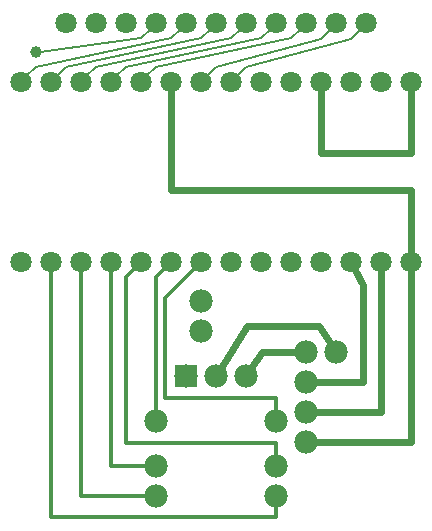
<source format=gbl>
G04 MADE WITH FRITZING*
G04 WWW.FRITZING.ORG*
G04 DOUBLE SIDED*
G04 HOLES PLATED*
G04 CONTOUR ON CENTER OF CONTOUR VECTOR*
%ASAXBY*%
%FSLAX23Y23*%
%MOIN*%
%OFA0B0*%
%SFA1.0B1.0*%
%ADD10C,0.070866*%
%ADD11C,0.039370*%
%ADD12C,0.078000*%
%ADD13R,0.078000X0.078000*%
%ADD14C,0.024000*%
%ADD15C,0.008000*%
%ADD16C,0.012000*%
%LNCOPPER0*%
G90*
G70*
G54D10*
X1500Y880D03*
X1400Y880D03*
X1300Y880D03*
X1200Y880D03*
X1100Y880D03*
X1000Y880D03*
X900Y880D03*
X800Y880D03*
X700Y880D03*
X600Y880D03*
X500Y880D03*
X400Y880D03*
X300Y880D03*
X200Y880D03*
X1500Y1480D03*
X1400Y1480D03*
X1300Y1480D03*
X1200Y1480D03*
X1100Y1480D03*
X1000Y1480D03*
X900Y1480D03*
X800Y1480D03*
X700Y1480D03*
X600Y1480D03*
X500Y1480D03*
X400Y1480D03*
X300Y1480D03*
X200Y1480D03*
G54D11*
X249Y1578D03*
G54D12*
X1050Y100D03*
X650Y100D03*
X650Y350D03*
X1050Y200D03*
X1050Y350D03*
X650Y200D03*
G54D10*
X350Y1675D03*
X450Y1675D03*
X550Y1675D03*
X650Y1675D03*
X750Y1675D03*
X850Y1675D03*
X950Y1675D03*
X1050Y1675D03*
X1150Y1675D03*
X1250Y1675D03*
X1350Y1675D03*
X350Y1675D03*
X450Y1675D03*
X550Y1675D03*
X650Y1675D03*
X750Y1675D03*
X850Y1675D03*
X950Y1675D03*
X1050Y1675D03*
X1150Y1675D03*
X1250Y1675D03*
X1350Y1675D03*
G54D12*
X800Y750D03*
X800Y650D03*
X1150Y580D03*
X1250Y580D03*
X1150Y280D03*
X1150Y380D03*
X1150Y480D03*
X750Y500D03*
X850Y500D03*
X950Y500D03*
G54D13*
X750Y500D03*
G54D14*
X1500Y280D02*
X1180Y280D01*
D02*
X1500Y850D02*
X1500Y280D01*
D02*
X1400Y850D02*
X1400Y380D01*
D02*
X1400Y380D02*
X1180Y380D01*
D02*
X1341Y804D02*
X1341Y480D01*
D02*
X1315Y853D02*
X1341Y804D01*
D02*
X1341Y480D02*
X1180Y480D01*
G54D15*
D02*
X250Y1530D02*
X699Y1625D01*
D02*
X699Y1625D02*
X732Y1657D01*
D02*
X218Y1498D02*
X250Y1530D01*
D02*
X350Y1530D02*
X801Y1625D01*
D02*
X801Y1625D02*
X832Y1657D01*
D02*
X318Y1497D02*
X350Y1530D01*
D02*
X899Y1625D02*
X932Y1657D01*
D02*
X450Y1530D02*
X899Y1625D01*
D02*
X418Y1498D02*
X450Y1530D01*
G54D16*
D02*
X300Y31D02*
X300Y855D01*
D02*
X1050Y31D02*
X300Y31D01*
D02*
X1050Y76D02*
X1050Y31D01*
D02*
X400Y100D02*
X400Y855D01*
D02*
X626Y100D02*
X400Y100D01*
D02*
X500Y200D02*
X500Y855D01*
D02*
X625Y200D02*
X500Y200D01*
D02*
X551Y276D02*
X551Y830D01*
D02*
X551Y830D02*
X582Y862D01*
D02*
X1050Y276D02*
X551Y276D01*
D02*
X1050Y225D02*
X1050Y276D01*
D02*
X650Y375D02*
X650Y830D01*
D02*
X650Y830D02*
X682Y862D01*
D02*
X681Y425D02*
X681Y761D01*
D02*
X681Y761D02*
X782Y862D01*
D02*
X1050Y425D02*
X681Y425D01*
D02*
X1050Y375D02*
X1050Y425D01*
G54D15*
D02*
X263Y1580D02*
X600Y1625D01*
D02*
X600Y1625D02*
X632Y1657D01*
D02*
X550Y1530D02*
X1000Y1625D01*
D02*
X1000Y1625D02*
X1032Y1657D01*
D02*
X518Y1498D02*
X550Y1530D01*
D02*
X650Y1530D02*
X618Y1498D01*
D02*
X1099Y1625D02*
X650Y1530D01*
D02*
X1132Y1657D02*
X1099Y1625D01*
D02*
X850Y1530D02*
X818Y1497D01*
D02*
X1200Y1624D02*
X850Y1530D01*
D02*
X1232Y1657D02*
X1200Y1624D01*
D02*
X950Y1529D02*
X918Y1497D01*
D02*
X1300Y1624D02*
X950Y1529D01*
D02*
X1332Y1657D02*
X1300Y1624D01*
G54D14*
D02*
X1500Y1242D02*
X1200Y1242D01*
D02*
X1200Y1242D02*
X1200Y1449D01*
D02*
X1500Y1449D02*
X1500Y1242D01*
D02*
X1500Y1121D02*
X700Y1121D01*
D02*
X700Y1121D02*
X700Y1449D01*
D02*
X1500Y911D02*
X1500Y1121D01*
D02*
X1192Y667D02*
X952Y667D01*
D02*
X952Y667D02*
X866Y526D01*
D02*
X1233Y606D02*
X1192Y667D01*
D02*
X1004Y581D02*
X967Y525D01*
D02*
X1120Y580D02*
X1004Y581D01*
G04 End of Copper0*
M02*
</source>
